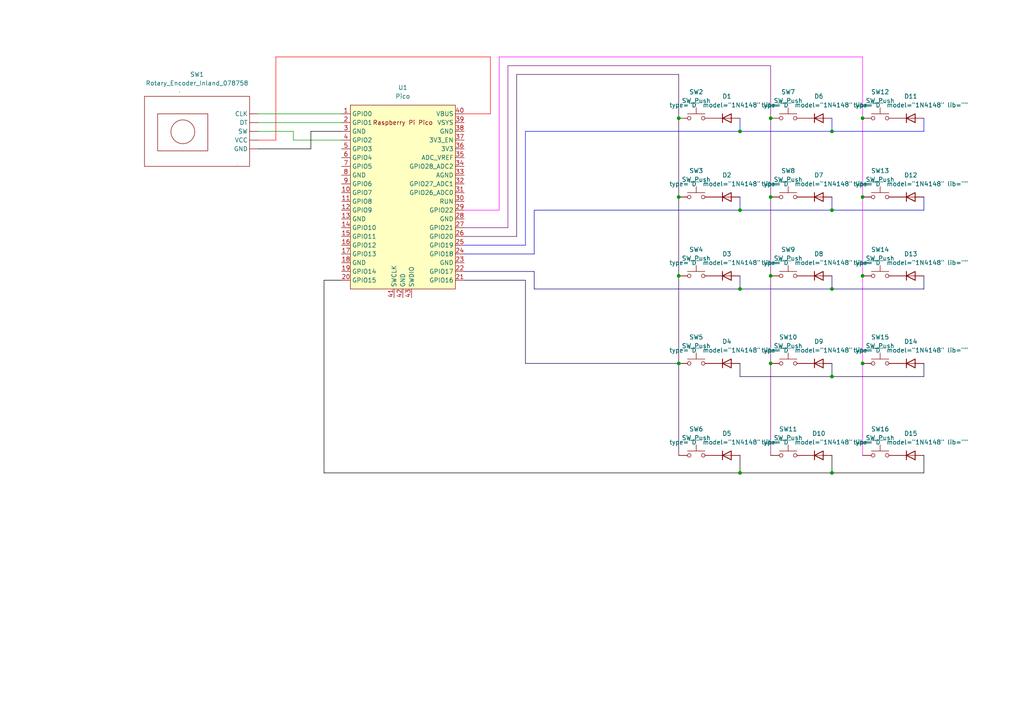
<source format=kicad_sch>
(kicad_sch (version 20211123) (generator eeschema)
  (paper "A4")
  (title_block (title "Pi Pico Macro Pad") (date "2023-01-17") (rev "1.0"))
  (lib_symbols
    (symbol "Inland_Modules:Rotary_Encoder_Inland_078758"
      (property "Reference" "SW" (at 0 0 0))
      (property "Value" "Rotary_Encoder_Inland_078758" (at -0.0004 -3.0272 0))
      (symbol "Rotary_Encoder_Inland_078758_0_1"
        (rectangle (start -15.24 -6.35) (end 15.24 -26.67))
        (rectangle (start -11.43 -11.43) (end 3.1233 -22.1663))
        (rectangle (start -10.6912 -22.1142) (end -10.6912 -22.1142))
        (rectangle (start -5.08 -5.08) (end -5.08 -5.08))
        (rectangle (start -5.08 -5.08) (end -5.08 -5.08))
        (circle (center -4.1203 -16.6384) (radius 3.4529))
        (rectangle (start 11.7576 -26.2135) (end 11.7576 -26.2135))
      )
      (symbol "Rotary_Encoder_Inland_078758_1_1"
        (pin output line (at 17.78 -11.43 180) (length 2.54) (name "CLK") (number ""))
        (pin output line (at 17.78 -13.97 180) (length 2.54) (name "DT") (number ""))
        (pin power_in line (at 17.78 -21.59 180) (length 2.54) (name "GND") (number ""))
        (pin output line (at 17.78 -16.51 180) (length 2.54) (name "SW") (number ""))
        (pin power_in line (at 17.78 -19.05 180) (length 2.54) (name "VCC") (number ""))
      )
    )
    (symbol "MCU_RaspberryPi_and_Boards:Pico"
      (property "Reference" "U" (at -13.97 27.94 0))
      (property "Value" "Pico" (at 0 19.05 0))
      (symbol "Pico_0_0"
        (text "Raspberry Pi Pico" (at 0 21.59 0) (effects (font (size 1.27 1.27))))
      )
      (symbol "Pico_0_1"
        (rectangle (start -15.24 26.67) (end 15.24 -26.67) (fill (type background)))
      )
      (symbol "Pico_1_1"
        (pin bidirectional line (at -17.78 24.13 0) (length 2.54) (name "GPIO0") (number "1"))
        (pin bidirectional line (at -17.78 1.27 0) (length 2.54) (name "GPIO7") (number "10"))
        (pin bidirectional line (at -17.78 -1.27 0) (length 2.54) (name "GPIO8") (number "11"))
        (pin bidirectional line (at -17.78 -3.81 0) (length 2.54) (name "GPIO9") (number "12"))
        (pin power_in line (at -17.78 -6.35 0) (length 2.54) (name "GND") (number "13"))
        (pin bidirectional line (at -17.78 -8.89 0) (length 2.54) (name "GPIO10") (number "14"))
        (pin bidirectional line (at -17.78 -11.43 0) (length 2.54) (name "GPIO11") (number "15"))
        (pin bidirectional line (at -17.78 -13.97 0) (length 2.54) (name "GPIO12") (number "16"))
        (pin bidirectional line (at -17.78 -16.51 0) (length 2.54) (name "GPIO13") (number "17"))
        (pin power_in line (at -17.78 -19.05 0) (length 2.54) (name "GND") (number "18"))
        (pin bidirectional line (at -17.78 -21.59 0) (length 2.54) (name "GPIO14") (number "19"))
        (pin bidirectional line (at -17.78 21.59 0) (length 2.54) (name "GPIO1") (number "2"))
        (pin bidirectional line (at -17.78 -24.13 0) (length 2.54) (name "GPIO15") (number "20"))
        (pin bidirectional line (at 17.78 -24.13 180) (length 2.54) (name "GPIO16") (number "21"))
        (pin bidirectional line (at 17.78 -21.59 180) (length 2.54) (name "GPIO17") (number "22"))
        (pin power_in line (at 17.78 -19.05 180) (length 2.54) (name "GND") (number "23"))
        (pin bidirectional line (at 17.78 -16.51 180) (length 2.54) (name "GPIO18") (number "24"))
        (pin bidirectional line (at 17.78 -13.97 180) (length 2.54) (name "GPIO19") (number "25"))
        (pin bidirectional line (at 17.78 -11.43 180) (length 2.54) (name "GPIO20") (number "26"))
        (pin bidirectional line (at 17.78 -8.89 180) (length 2.54) (name "GPIO21") (number "27"))
        (pin power_in line (at 17.78 -6.35 180) (length 2.54) (name "GND") (number "28"))
        (pin bidirectional line (at 17.78 -3.81 180) (length 2.54) (name "GPIO22") (number "29"))
        (pin power_in line (at -17.78 19.05 0) (length 2.54) (name "GND") (number "3"))
        (pin input line (at 17.78 -1.27 180) (length 2.54) (name "RUN") (number "30"))
        (pin bidirectional line (at 17.78 1.27 180) (length 2.54) (name "GPIO26_ADC0") (number "31"))
        (pin bidirectional line (at 17.78 3.81 180) (length 2.54) (name "GPIO27_ADC1") (number "32"))
        (pin power_in line (at 17.78 6.35 180) (length 2.54) (name "AGND") (number "33"))
        (pin bidirectional line (at 17.78 8.89 180) (length 2.54) (name "GPIO28_ADC2") (number "34"))
        (pin power_in line (at 17.78 11.43 180) (length 2.54) (name "ADC_VREF") (number "35"))
        (pin power_in line (at 17.78 13.97 180) (length 2.54) (name "3V3") (number "36"))
        (pin input line (at 17.78 16.51 180) (length 2.54) (name "3V3_EN") (number "37"))
        (pin bidirectional line (at 17.78 19.05 180) (length 2.54) (name "GND") (number "38"))
        (pin power_in line (at 17.78 21.59 180) (length 2.54) (name "VSYS") (number "39"))
        (pin bidirectional line (at -17.78 16.51 0) (length 2.54) (name "GPIO2") (number "4"))
        (pin power_in line (at 17.78 24.13 180) (length 2.54) (name "VBUS") (number "40"))
        (pin input line (at -2.54 -29.21 90) (length 2.54) (name "SWCLK") (number "41"))
        (pin power_in line (at 0 -29.21 90) (length 2.54) (name "GND") (number "42"))
        (pin bidirectional line (at 2.54 -29.21 90) (length 2.54) (name "SWDIO") (number "43"))
        (pin bidirectional line (at -17.78 13.97 0) (length 2.54) (name "GPIO3") (number "5"))
        (pin bidirectional line (at -17.78 11.43 0) (length 2.54) (name "GPIO4") (number "6"))
        (pin bidirectional line (at -17.78 8.89 0) (length 2.54) (name "GPIO5") (number "7"))
        (pin power_in line (at -17.78 6.35 0) (length 2.54) (name "GND") (number "8"))
        (pin bidirectional line (at -17.78 3.81 0) (length 2.54) (name "GPIO6") (number "9"))
      )
    )
    (symbol "Simulation_SPICE:DIODE" (pin_numbers hide) (pin_names (offset 1.016) hide)
      (property "Reference" "D" (at 0 2.54 0))
      (property "Value" "DIODE" (at 0 -2.54 0))
      (symbol "DIODE_0_1"
        (polyline (pts (xy 1.27 0) (xy -1.27 0)))
        (polyline (pts (xy 1.27 1.27) (xy 1.27 -1.27)) (stroke (width 0.254)))
        (polyline (pts (xy -1.27 -1.27) (xy -1.27 1.27) (xy 1.27 0) (xy -1.27 -1.27)) (stroke (width 0.254)))
      )
      (symbol "DIODE_1_1"
        (pin passive line (at -3.81 0 0) (length 2.54) (name "A") (number "1"))
        (pin passive line (at 3.81 0 180) (length 2.54) (name "K") (number "2"))
      )
    )
    (symbol "Switch:SW_Push" (pin_numbers hide) (pin_names (offset 1.016) hide)
      (property "Reference" "SW" (at 1.27 2.54 0))
      (property "Value" "SW_Push" (at 0 -1.524 0))
      (symbol "SW_Push_0_1"
        (circle (center -2.032 0) (radius 0.508))
        (polyline (pts (xy 0 1.27) (xy 0 3.048)))
        (polyline (pts (xy 2.54 1.27) (xy -2.54 1.27)))
        (circle (center 2.032 0) (radius 0.508))
        (pin passive line (at -5.08 0 0) (length 2.54) (name "1") (number "1"))
        (pin passive line (at 5.08 0 180) (length 2.54) (name "2") (number "2"))
      )
    )
  )
  (junction (at 250.19 105.41))
  (junction (at 250.19 57.15))
  (junction (at 196.85 80.01))
  (junction (at 241.3 83.82))
  (junction (at 214.63 60.96))
  (junction (at 214.63 83.82))
  (junction (at 241.3 60.96))
  (junction (at 214.63 137.16))
  (junction (at 223.52 34.29))
  (junction (at 241.3 38.1))
  (junction (at 223.52 80.01))
  (junction (at 223.52 57.15))
  (junction (at 196.85 105.41))
  (junction (at 241.3 109.22))
  (junction (at 241.3 137.16))
  (junction (at 250.19 34.29))
  (junction (at 196.85 34.29))
  (junction (at 214.63 38.1))
  (junction (at 250.19 80.01))
  (junction (at 196.85 57.15))
  (junction (at 223.52 105.41))
  (wire (pts (xy 223.52 19.05) (xy 147.32 19.05)) (stroke (width 0) (color 132 0 132 1)))
  (wire (pts (xy 214.63 83.82) (xy 241.3 83.82)) (stroke (width 0) (color 0 0 132 1)))
  (wire (pts (xy 214.63 38.1) (xy 152.4 38.1)) (stroke (width 0) (color 0 0 255 1)))
  (wire (pts (xy 214.63 80.01) (xy 214.63 83.82)) (stroke (width 0) (color 0 0 132 1)))
  (wire (pts (xy 241.3 38.1) (xy 267.97 38.1)) (stroke (width 0) (color 0 0 255 1)))
  (wire (pts (xy 144.78 16.51) (xy 144.78 60.96)) (stroke (width 0) (color 255 0 255 1)))
  (wire (pts (xy 152.4 105.41) (xy 152.4 81.28)) (stroke (width 0) (color 0 0 72 1)))
  (wire (pts (xy 250.19 16.51) (xy 144.78 16.51)) (stroke (width 0) (color 255 0 255 1)))
  (wire (pts (xy 223.52 80.01) (xy 223.52 105.41)) (stroke (width 0) (color 132 0 132 1)))
  (wire (pts (xy 214.63 137.16) (xy 93.98 137.16)) (stroke (width 0) (color 0 0 0 1)))
  (wire (pts (xy 90.17 43.18) (xy 90.17 38.1)) (stroke (width 0) (color 0 0 0 1)))
  (wire (pts (xy 214.63 137.16) (xy 241.3 137.16)) (stroke (width 0) (color 0 0 0 1)))
  (wire (pts (xy 74.93 43.18) (xy 90.17 43.18)) (stroke (width 0) (color 0 0 0 1)))
  (wire (pts (xy 85.09 40.64) (xy 99.06 40.64)))
  (wire (pts (xy 152.4 71.12) (xy 134.62 71.12)) (stroke (width 0) (color 0 0 255 1)))
  (wire (pts (xy 152.4 81.28) (xy 134.62 81.28)) (stroke (width 0) (color 0 0 72 1)))
  (wire (pts (xy 80.01 40.64) (xy 80.01 16.51)) (stroke (width 0) (color 255 0 0 1)))
  (wire (pts (xy 90.17 38.1) (xy 99.06 38.1)) (stroke (width 0) (color 0 0 0 1)))
  (wire (pts (xy 250.19 34.29) (xy 250.19 16.51)) (stroke (width 0) (color 255 0 255 1)))
  (wire (pts (xy 74.93 35.56) (xy 99.06 35.56)))
  (wire (pts (xy 147.32 19.05) (xy 147.32 66.04)) (stroke (width 0) (color 132 0 132 1)))
  (wire (pts (xy 196.85 57.15) (xy 196.85 80.01)) (stroke (width 0) (color 72 0 72 1)))
  (wire (pts (xy 241.3 60.96) (xy 267.97 60.96)) (stroke (width 0) (color 0 0 194 1)))
  (wire (pts (xy 196.85 105.41) (xy 152.4 105.41)) (stroke (width 0) (color 0 0 72 1)))
  (wire (pts (xy 214.63 57.15) (xy 214.63 60.96)) (stroke (width 0) (color 0 0 194 1)))
  (wire (pts (xy 223.52 34.29) (xy 223.52 57.15)) (stroke (width 0) (color 132 0 132 1)))
  (wire (pts (xy 144.78 60.96) (xy 134.62 60.96)) (stroke (width 0) (color 255 0 255 1)))
  (wire (pts (xy 250.19 34.29) (xy 250.19 57.15)) (stroke (width 0) (color 255 0 255 1)))
  (wire (pts (xy 267.97 80.01) (xy 267.97 83.82)) (stroke (width 0) (color 0 0 132 1)))
  (wire (pts (xy 142.24 16.51) (xy 142.24 33.02)) (stroke (width 0) (color 255 0 0 1)))
  (wire (pts (xy 241.3 105.41) (xy 241.3 109.22)) (stroke (width 0) (color 0 0 72 1)))
  (wire (pts (xy 241.3 34.29) (xy 241.3 38.1)) (stroke (width 0) (color 0 0 255 1)))
  (wire (pts (xy 93.98 81.28) (xy 99.06 81.28)) (stroke (width 0) (color 0 0 0 1)))
  (wire (pts (xy 196.85 80.01) (xy 196.85 105.41)) (stroke (width 0) (color 72 0 72 1)))
  (wire (pts (xy 241.3 109.22) (xy 267.97 109.22)) (stroke (width 0) (color 0 0 72 1)))
  (wire (pts (xy 223.52 105.41) (xy 223.52 132.08)) (stroke (width 0) (color 132 0 132 1)))
  (wire (pts (xy 250.19 57.15) (xy 250.19 80.01)) (stroke (width 0) (color 255 0 255 1)))
  (wire (pts (xy 267.97 57.15) (xy 267.97 60.96)) (stroke (width 0) (color 0 0 194 1)))
  (wire (pts (xy 80.01 16.51) (xy 142.24 16.51)) (stroke (width 0) (color 255 0 0 1)))
  (wire (pts (xy 214.63 109.22) (xy 241.3 109.22)) (stroke (width 0) (color 0 0 72 1)))
  (wire (pts (xy 154.94 73.66) (xy 134.62 73.66)) (stroke (width 0) (color 0 0 194 1)))
  (wire (pts (xy 250.19 80.01) (xy 250.19 105.41)) (stroke (width 0) (color 255 0 255 1)))
  (wire (pts (xy 154.94 60.96) (xy 154.94 73.66)) (stroke (width 0) (color 0 0 194 1)))
  (wire (pts (xy 214.63 60.96) (xy 241.3 60.96)) (stroke (width 0) (color 0 0 194 1)))
  (wire (pts (xy 214.63 105.41) (xy 214.63 109.22)) (stroke (width 0) (color 0 0 72 1)))
  (wire (pts (xy 74.93 33.02) (xy 99.06 33.02)))
  (wire (pts (xy 241.3 57.15) (xy 241.3 60.96)) (stroke (width 0) (color 0 0 194 1)))
  (wire (pts (xy 74.93 38.1) (xy 85.09 38.1)))
  (wire (pts (xy 267.97 105.41) (xy 267.97 109.22)) (stroke (width 0) (color 0 0 72 1)))
  (wire (pts (xy 214.63 34.29) (xy 214.63 38.1)) (stroke (width 0) (color 0 0 255 1)))
  (wire (pts (xy 267.97 38.1) (xy 267.97 34.29)) (stroke (width 0) (color 0 0 255 1)))
  (wire (pts (xy 196.85 34.29) (xy 196.85 21.59)) (stroke (width 0) (color 72 0 72 1)))
  (wire (pts (xy 134.62 78.74) (xy 154.94 78.74)) (stroke (width 0) (color 0 0 132 1)))
  (wire (pts (xy 149.86 21.59) (xy 149.86 68.58)) (stroke (width 0) (color 72 0 72 1)))
  (wire (pts (xy 196.85 34.29) (xy 196.85 57.15)) (stroke (width 0) (color 72 0 72 1)))
  (wire (pts (xy 214.63 60.96) (xy 154.94 60.96)) (stroke (width 0) (color 0 0 194 1)))
  (wire (pts (xy 147.32 66.04) (xy 134.62 66.04)) (stroke (width 0) (color 132 0 132 1)))
  (wire (pts (xy 149.86 68.58) (xy 134.62 68.58)) (stroke (width 0) (color 72 0 72 1)))
  (wire (pts (xy 93.98 137.16) (xy 93.98 81.28)) (stroke (width 0) (color 0 0 0 1)))
  (wire (pts (xy 223.52 57.15) (xy 223.52 80.01)) (stroke (width 0) (color 132 0 132 1)))
  (wire (pts (xy 241.3 137.16) (xy 267.97 137.16)) (stroke (width 0) (color 0 0 0 1)))
  (wire (pts (xy 85.09 38.1) (xy 85.09 40.64)))
  (wire (pts (xy 196.85 21.59) (xy 149.86 21.59)) (stroke (width 0) (color 72 0 72 1)))
  (wire (pts (xy 267.97 132.08) (xy 267.97 137.16)) (stroke (width 0) (color 0 0 0 1)))
  (wire (pts (xy 241.3 83.82) (xy 267.97 83.82)) (stroke (width 0) (color 0 0 132 1)))
  (wire (pts (xy 152.4 38.1) (xy 152.4 71.12)) (stroke (width 0) (color 0 0 255 1)))
  (wire (pts (xy 214.63 83.82) (xy 154.94 83.82)) (stroke (width 0) (color 0 0 132 1)))
  (wire (pts (xy 241.3 80.01) (xy 241.3 83.82)) (stroke (width 0) (color 0 0 132 1)))
  (wire (pts (xy 214.63 38.1) (xy 241.3 38.1)) (stroke (width 0) (color 0 0 255 1)))
  (wire (pts (xy 214.63 132.08) (xy 214.63 137.16)) (stroke (width 0) (color 0 0 0 1)))
  (wire (pts (xy 250.19 105.41) (xy 250.19 132.08)) (stroke (width 0) (color 255 0 255 1)))
  (wire (pts (xy 241.3 132.08) (xy 241.3 137.16)) (stroke (width 0) (color 0 0 0 1)))
  (wire (pts (xy 142.24 33.02) (xy 134.62 33.02)) (stroke (width 0) (color 255 0 0 1)))
  (wire (pts (xy 223.52 34.29) (xy 223.52 19.05)) (stroke (width 0) (color 132 0 132 1)))
  (wire (pts (xy 74.93 40.64) (xy 80.01 40.64)) (stroke (width 0) (color 255 0 0 1)))
  (wire (pts (xy 196.85 105.41) (xy 196.85 132.08)) (stroke (width 0) (color 72 0 72 1)))
  (wire (pts (xy 154.94 83.82) (xy 154.94 78.74)) (stroke (width 0) (color 0 0 132 1)))
  (symbol (lib_id "Simulation_SPICE:DIODE") (at 210.82 57.15 0) (mirror y) (unit 1)
    (property "Reference" "D2" (at 210.82 50.8 0))
    (property "Value" "1N4148" (at 210.82 53.34 0))
    (property "Footprint" "Diode_THT:D_DO-35_SOD27_P7.62mm_Horizontal" (effects hide))
    (property "Datasheet" "https://pdf1.alldatasheet.com/datasheet-pdf/view/15021/PHILIPS/1N4148.html" (effects hide))
    (property "Spice_Netlist_Enabled" "Y" (effects hide))
    (property "Spice_Primitive" "D" (effects hide))
  )
  (symbol (lib_id "Switch:SW_Push") (at 255.27 57.15 0) (unit 1)
    (property "Reference" "SW13" (at 255.27 49.53 0))
    (property "Value" "SW_Push" (at 255.27 52.07 0))
    (property "Footprint" "Button_Switch_Keyboard:SW_Cherry_MX_1.00u_PCB" (effects hide))
  )
  (symbol (lib_id "Switch:SW_Push") (at 228.6 105.41 0) (unit 1)
    (property "Reference" "SW10" (at 228.6 97.79 0))
    (property "Value" "SW_Push" (at 228.6 100.33 0))
    (property "Footprint" "Button_Switch_Keyboard:SW_Cherry_MX_1.00u_PCB" (effects hide))
  )
  (symbol (lib_id "Simulation_SPICE:DIODE") (at 210.82 132.08 0) (mirror y) (unit 1)
    (property "Reference" "D5" (at 210.82 125.73 0))
    (property "Value" "1N4148" (at 210.82 128.27 0))
    (property "Footprint" "Diode_THT:D_DO-35_SOD27_P7.62mm_Horizontal" (effects hide))
    (property "Datasheet" "https://pdf1.alldatasheet.com/datasheet-pdf/view/15021/PHILIPS/1N4148.html" (effects hide))
    (property "Spice_Netlist_Enabled" "Y" (effects hide))
    (property "Spice_Primitive" "D" (effects hide))
  )
  (symbol (lib_id "Simulation_SPICE:DIODE") (at 237.49 57.15 0) (mirror y) (unit 1)
    (property "Reference" "D7" (at 237.49 50.8 0))
    (property "Value" "1N4148" (at 237.49 53.34 0))
    (property "Footprint" "Diode_THT:D_DO-35_SOD27_P7.62mm_Horizontal" (effects hide))
    (property "Datasheet" "https://pdf1.alldatasheet.com/datasheet-pdf/view/15021/PHILIPS/1N4148.html" (effects hide))
    (property "Spice_Netlist_Enabled" "Y" (effects hide))
    (property "Spice_Primitive" "D" (effects hide))
  )
  (symbol (lib_id "Simulation_SPICE:DIODE") (at 210.82 105.41 0) (mirror y) (unit 1)
    (property "Reference" "D4" (at 210.82 99.06 0))
    (property "Value" "1N4148" (at 210.82 101.6 0))
    (property "Footprint" "Diode_THT:D_DO-35_SOD27_P7.62mm_Horizontal" (effects hide))
    (property "Datasheet" "https://pdf1.alldatasheet.com/datasheet-pdf/view/15021/PHILIPS/1N4148.html" (effects hide))
    (property "Spice_Netlist_Enabled" "Y" (effects hide))
    (property "Spice_Primitive" "D" (effects hide))
  )
  (symbol (lib_id "Simulation_SPICE:DIODE") (at 237.49 34.29 0) (mirror y) (unit 1)
    (property "Reference" "D6" (at 237.49 27.94 0))
    (property "Value" "1N4148" (at 237.49 30.48 0))
    (property "Footprint" "Diode_THT:D_DO-35_SOD27_P7.62mm_Horizontal" (effects hide))
    (property "Datasheet" "https://pdf1.alldatasheet.com/datasheet-pdf/view/15021/PHILIPS/1N4148.html" (effects hide))
    (property "Spice_Netlist_Enabled" "Y" (effects hide))
    (property "Spice_Primitive" "D" (effects hide))
  )
  (symbol (lib_id "Simulation_SPICE:DIODE") (at 264.16 132.08 0) (mirror y) (unit 1)
    (property "Reference" "D15" (at 264.16 125.73 0))
    (property "Value" "1N4148" (at 264.16 128.27 0))
    (property "Footprint" "Diode_THT:D_DO-35_SOD27_P7.62mm_Horizontal" (effects hide))
    (property "Datasheet" "https://pdf1.alldatasheet.com/datasheet-pdf/view/15021/PHILIPS/1N4148.html" (effects hide))
    (property "Spice_Netlist_Enabled" "Y" (effects hide))
    (property "Spice_Primitive" "D" (effects hide))
  )
  (symbol (lib_id "Switch:SW_Push") (at 228.6 57.15 0) (unit 1)
    (property "Reference" "SW8" (at 228.6 49.53 0))
    (property "Value" "SW_Push" (at 228.6 52.07 0))
    (property "Footprint" "Button_Switch_Keyboard:SW_Cherry_MX_1.00u_PCB" (effects hide))
  )
  (symbol (lib_id "Simulation_SPICE:DIODE") (at 210.82 34.29 0) (mirror y) (unit 1)
    (property "Reference" "D1" (at 210.82 27.94 0))
    (property "Value" "1N4148" (at 210.82 30.48 0))
    (property "Footprint" "Diode_THT:D_DO-35_SOD27_P7.62mm_Horizontal" (effects hide))
    (property "Datasheet" "https://pdf1.alldatasheet.com/datasheet-pdf/view/15021/PHILIPS/1N4148.html" (effects hide))
    (property "Spice_Netlist_Enabled" "Y" (effects hide))
    (property "Spice_Primitive" "D" (effects hide))
  )
  (symbol (lib_id "Simulation_SPICE:DIODE") (at 237.49 105.41 0) (mirror y) (unit 1)
    (property "Reference" "D9" (at 237.49 99.06 0))
    (property "Value" "1N4148" (at 237.49 101.6 0))
    (property "Footprint" "Diode_THT:D_DO-35_SOD27_P7.62mm_Horizontal" (effects hide))
    (property "Datasheet" "https://pdf1.alldatasheet.com/datasheet-pdf/view/15021/PHILIPS/1N4148.html" (effects hide))
    (property "Spice_Netlist_Enabled" "Y" (effects hide))
    (property "Spice_Primitive" "D" (effects hide))
  )
  (symbol (lib_id "Switch:SW_Push") (at 201.93 57.15 0) (unit 1)
    (property "Reference" "SW3" (at 201.93 49.53 0))
    (property "Value" "SW_Push" (at 201.93 52.07 0))
    (property "Footprint" "Button_Switch_Keyboard:SW_Cherry_MX_1.00u_PCB" (effects hide))
  )
  (symbol (lib_id "Switch:SW_Push") (at 228.6 132.08 0) (unit 1)
    (property "Reference" "SW11" (at 228.6 124.46 0))
    (property "Value" "SW_Push" (at 228.6 127 0))
    (property "Footprint" "Button_Switch_Keyboard:SW_Cherry_MX_1.00u_PCB" (effects hide))
  )
  (symbol (lib_id "Simulation_SPICE:DIODE") (at 264.16 57.15 0) (mirror y) (unit 1)
    (property "Reference" "D12" (at 264.16 50.8 0))
    (property "Value" "1N4148" (at 264.16 53.34 0))
    (property "Footprint" "Diode_THT:D_DO-35_SOD27_P7.62mm_Horizontal" (effects hide))
    (property "Datasheet" "https://pdf1.alldatasheet.com/datasheet-pdf/view/15021/PHILIPS/1N4148.html" (effects hide))
    (property "Spice_Netlist_Enabled" "Y" (effects hide))
    (property "Spice_Primitive" "D" (effects hide))
  )
  (symbol (lib_id "Inland_Modules:Rotary_Encoder_Inland_078758") (at 57.15 21.59 0) (unit 1)
    (property "Reference" "SW1" (at 57.15 21.59 0))
    (property "Value" "Rotary_Encoder_Inland_078758" (at 57.15 24.13 0))
    (property "Footprint" "MCU_RaspberryPi_and_Boards:RPi_Pico_SMD_TH" (effects hide))
    (property "Datasheet" "https://community.microcenter.com/kb/articles/640-inland-rotary-encoder-module" (effects hide))
  )
  (symbol (lib_id "Simulation_SPICE:DIODE") (at 264.16 105.41 0) (mirror y) (unit 1)
    (property "Reference" "D14" (at 264.16 99.06 0))
    (property "Value" "1N4148" (at 264.16 101.6 0))
    (property "Footprint" "Diode_THT:D_DO-35_SOD27_P7.62mm_Horizontal" (effects hide))
    (property "Datasheet" "https://pdf1.alldatasheet.com/datasheet-pdf/view/15021/PHILIPS/1N4148.html" (effects hide))
    (property "Spice_Netlist_Enabled" "Y" (effects hide))
    (property "Spice_Primitive" "D" (effects hide))
  )
  (symbol (lib_id "Switch:SW_Push") (at 255.27 105.41 0) (unit 1)
    (property "Reference" "SW15" (at 255.27 97.79 0))
    (property "Value" "SW_Push" (at 255.27 100.33 0))
    (property "Footprint" "Button_Switch_Keyboard:SW_Cherry_MX_1.00u_PCB" (effects hide))
  )
  (symbol (lib_id "Simulation_SPICE:DIODE") (at 210.82 80.01 0) (mirror y) (unit 1)
    (property "Reference" "D3" (at 210.82 73.66 0))
    (property "Value" "1N4148" (at 210.82 76.2 0))
    (property "Footprint" "Diode_THT:D_DO-35_SOD27_P7.62mm_Horizontal" (effects hide))
    (property "Datasheet" "https://pdf1.alldatasheet.com/datasheet-pdf/view/15021/PHILIPS/1N4148.html" (effects hide))
    (property "Spice_Netlist_Enabled" "Y" (effects hide))
    (property "Spice_Primitive" "D" (effects hide))
  )
  (symbol (lib_id "Switch:SW_Push") (at 201.93 80.01 0) (unit 1)
    (property "Reference" "SW4" (at 201.93 72.39 0))
    (property "Value" "SW_Push" (at 201.93 74.93 0))
    (property "Footprint" "Button_Switch_Keyboard:SW_Cherry_MX_1.00u_PCB" (effects hide))
  )
  (symbol (lib_id "Switch:SW_Push") (at 201.93 105.41 0) (unit 1)
    (property "Reference" "SW5" (at 201.93 97.79 0))
    (property "Value" "SW_Push" (at 201.93 100.33 0))
    (property "Footprint" "Button_Switch_Keyboard:SW_Cherry_MX_1.00u_PCB" (effects hide))
  )
  (symbol (lib_id "Switch:SW_Push") (at 255.27 34.29 0) (unit 1)
    (property "Reference" "SW12" (at 255.27 26.67 0))
    (property "Value" "SW_Push" (at 255.27 29.21 0))
    (property "Footprint" "Button_Switch_Keyboard:SW_Cherry_MX_1.00u_PCB" (effects hide))
  )
  (symbol (lib_id "Switch:SW_Push") (at 228.6 34.29 0) (unit 1)
    (property "Reference" "SW7" (at 228.6 26.67 0))
    (property "Value" "SW_Push" (at 228.6 29.21 0))
    (property "Footprint" "Button_Switch_Keyboard:SW_Cherry_MX_1.00u_PCB" (effects hide))
  )
  (symbol (lib_id "Simulation_SPICE:DIODE") (at 264.16 34.29 0) (mirror y) (unit 1)
    (property "Reference" "D11" (at 264.16 27.94 0))
    (property "Value" "1N4148" (at 264.16 30.48 0))
    (property "Footprint" "Diode_THT:D_DO-35_SOD27_P7.62mm_Horizontal" (effects hide))
    (property "Datasheet" "https://pdf1.alldatasheet.com/datasheet-pdf/view/15021/PHILIPS/1N4148.html" (effects hide))
    (property "Spice_Netlist_Enabled" "Y" (effects hide))
    (property "Spice_Primitive" "D" (effects hide))
  )
  (symbol (lib_id "Switch:SW_Push") (at 255.27 80.01 0) (unit 1)
    (property "Reference" "SW14" (at 255.27 72.39 0))
    (property "Value" "SW_Push" (at 255.27 74.93 0))
    (property "Footprint" "Button_Switch_Keyboard:SW_Cherry_MX_1.00u_PCB" (effects hide))
  )
  (symbol (lib_id "MCU_RaspberryPi_and_Boards:Pico") (at 116.84 57.15 0) (unit 1)
    (property "Reference" "U1" (at 116.84 25.4 0))
    (property "Value" "Pico" (at 116.84 27.94 0))
    (property "Footprint" "RPi_Pico:RPi_Pico_SMD_TH" (effects hide))
    (property "Datasheet" "https://datasheets.raspberrypi.com/pico/pico-datasheet.pdf" (effects hide))
  )
  (symbol (lib_id "Switch:SW_Push") (at 255.27 132.08 0) (unit 1)
    (property "Reference" "SW16" (at 255.27 124.46 0))
    (property "Value" "SW_Push" (at 255.27 127 0))
    (property "Footprint" "Button_Switch_Keyboard:SW_Cherry_MX_1.00u_PCB" (effects hide))
  )
  (symbol (lib_id "Switch:SW_Push") (at 201.93 132.08 0) (unit 1)
    (property "Reference" "SW6" (at 201.93 124.46 0))
    (property "Value" "SW_Push" (at 201.93 127 0))
    (property "Footprint" "Button_Switch_Keyboard:SW_Cherry_MX_1.00u_PCB" (effects hide))
  )
  (symbol (lib_id "Switch:SW_Push") (at 228.6 80.01 0) (unit 1)
    (property "Reference" "SW9" (at 228.6 72.39 0))
    (property "Value" "SW_Push" (at 228.6 74.93 0))
    (property "Footprint" "Button_Switch_Keyboard:SW_Cherry_MX_1.00u_PCB" (effects hide))
  )
  (symbol (lib_id "Simulation_SPICE:DIODE") (at 237.49 80.01 0) (mirror y) (unit 1)
    (property "Reference" "D8" (at 237.49 73.66 0))
    (property "Value" "1N4148" (at 237.49 76.2 0))
    (property "Footprint" "Diode_THT:D_DO-35_SOD27_P7.62mm_Horizontal" (effects hide))
    (property "Datasheet" "https://pdf1.alldatasheet.com/datasheet-pdf/view/15021/PHILIPS/1N4148.html" (effects hide))
    (property "Spice_Netlist_Enabled" "Y" (effects hide))
    (property "Spice_Primitive" "D" (effects hide))
  )
  (symbol (lib_id "Simulation_SPICE:DIODE") (at 237.49 132.08 0) (mirror y) (unit 1)
    (property "Reference" "D10" (at 237.49 125.73 0))
    (property "Value" "1N4148" (at 237.49 128.27 0))
    (property "Footprint" "Diode_THT:D_DO-35_SOD27_P7.62mm_Horizontal" (effects hide))
    (property "Datasheet" "https://pdf1.alldatasheet.com/datasheet-pdf/view/15021/PHILIPS/1N4148.html" (effects hide))
    (property "Spice_Netlist_Enabled" "Y" (effects hide))
    (property "Spice_Primitive" "D" (effects hide))
  )
  (symbol (lib_id "Switch:SW_Push") (at 201.93 34.29 0) (unit 1)
    (property "Reference" "SW2" (at 201.93 26.67 0))
    (property "Value" "SW_Push" (at 201.93 29.21 0))
    (property "Footprint" "Button_Switch_Keyboard:SW_Cherry_MX_1.00u_PCB" (effects hide))
  )
  (symbol (lib_id "Simulation_SPICE:DIODE") (at 264.16 80.01 0) (mirror y) (unit 1)
    (property "Reference" "D13" (at 264.16 73.66 0))
    (property "Value" "1N4148" (at 264.16 76.2 0))
    (property "Footprint" "Diode_THT:D_DO-35_SOD27_P7.62mm_Horizontal" (effects hide))
    (property "Datasheet" "https://pdf1.alldatasheet.com/datasheet-pdf/view/15021/PHILIPS/1N4148.html" (effects hide))
    (property "Spice_Netlist_Enabled" "Y" (effects hide))
    (property "Spice_Primitive" "D" (effects hide))
  )
)
</source>
